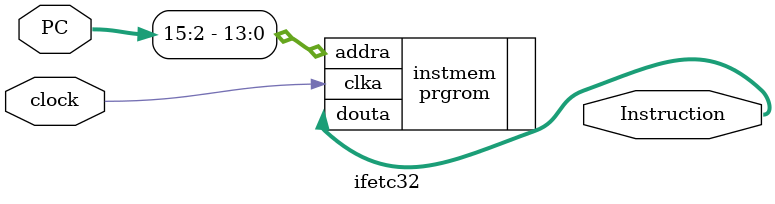
<source format=v>
`timescale 1ns / 1ps


module ifetc32(
    input clock,
    input [31:0]PC,
    output [31:0]Instruction 
    );
    
    //·ÖÅä 64KB ROM£¬
prgrom instmem(
    .clka(clock), // input wire clka
    .addra(PC[15:2]), // input wire [13 : 0] addra
    .douta(Instruction) // output wire [31 : 0] douta
);

endmodule

</source>
